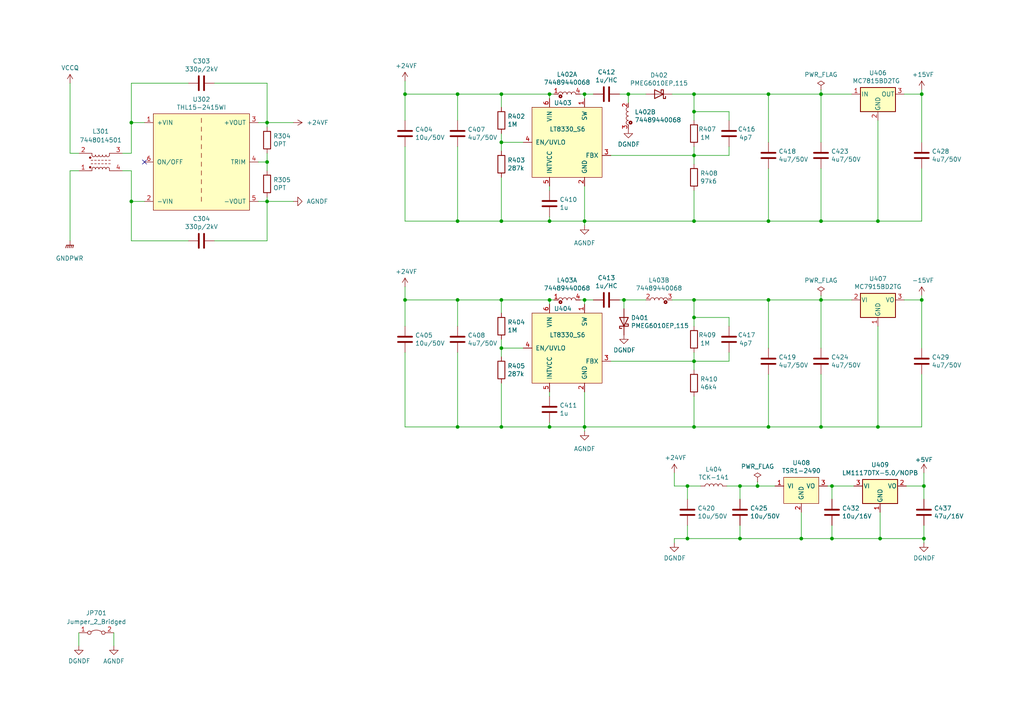
<source format=kicad_sch>
(kicad_sch (version 20230121) (generator eeschema)
  (paper "A4")
  (lib_symbols
    (symbol "Device:C" (pin_numbers hide) (pin_names (offset 0.254))
      (property "Reference" "C" (at 0.635 2.54 0))
      (property "Value" "C" (at 0.635 -2.54 0))
      (symbol "C_0_1"
        (polyline (pts (xy -2.032 -0.762) (xy 2.032 -0.762)) (stroke (width 0.508)))
        (polyline (pts (xy -2.032 0.762) (xy 2.032 0.762)) (stroke (width 0.508)))
      )
      (symbol "C_1_1"
        (pin passive line (at 0 3.81 270) (length 2.794) (name "~") (number "1"))
        (pin passive line (at 0 -3.81 90) (length 2.794) (name "~") (number "2"))
      )
    )
    (symbol "Device:D_Schottky" (pin_numbers hide) (pin_names (offset 1.016) hide)
      (property "Reference" "D" (at 0 2.54 0))
      (property "Value" "D_Schottky" (at 0 -2.54 0))
      (symbol "D_Schottky_0_1"
        (polyline (pts (xy 1.27 0) (xy -1.27 0)))
        (polyline (pts (xy 1.27 1.27) (xy 1.27 -1.27) (xy -1.27 0) (xy 1.27 1.27)) (stroke (width 0.254)))
        (polyline (pts (xy -1.905 0.635) (xy -1.905 1.27) (xy -1.27 1.27) (xy -1.27 -1.27) (xy -0.635 -1.27) (xy -0.635 -0.635)) (stroke (width 0.254)))
      )
      (symbol "D_Schottky_1_1"
        (pin passive line (at -3.81 0 0) (length 2.54) (name "K") (number "1"))
        (pin passive line (at 3.81 0 180) (length 2.54) (name "A") (number "2"))
      )
    )
    (symbol "Device:L" (pin_numbers hide) (pin_names (offset 1.016) hide)
      (property "Reference" "L" (at -1.27 0 90))
      (property "Value" "L" (at 1.905 0 90))
      (symbol "L_0_1"
        (arc (start 0 -2.54) (mid 0.6323 -1.905) (end 0 -1.27))
        (arc (start 0 -1.27) (mid 0.6323 -0.635) (end 0 0))
        (arc (start 0 0) (mid 0.6323 0.635) (end 0 1.27))
        (arc (start 0 1.27) (mid 0.6323 1.905) (end 0 2.54))
      )
      (symbol "L_1_1"
        (pin passive line (at 0 3.81 270) (length 1.27) (name "1") (number "1"))
        (pin passive line (at 0 -3.81 90) (length 1.27) (name "2") (number "2"))
      )
    )
    (symbol "Device:R" (pin_numbers hide) (pin_names (offset 0))
      (property "Reference" "R" (at 2.032 0 90))
      (property "Value" "R" (at 0 0 90))
      (symbol "R_0_1"
        (rectangle (start -1.016 -2.54) (end 1.016 2.54) (stroke (width 0.254)))
      )
      (symbol "R_1_1"
        (pin passive line (at 0 3.81 270) (length 1.27) (name "~") (number "1"))
        (pin passive line (at 0 -3.81 90) (length 1.27) (name "~") (number "2"))
      )
    )
    (symbol "ETH1CDMM1-rescue:LM1117-3.3-Regulator_Linear" (pin_names (offset 0.254))
      (property "Reference" "U" (at -3.81 3.175 0))
      (property "Value" "Regulator_Linear_LM1117-3.3" (at 0 3.175 0))
      (symbol "LM1117-3.3-Regulator_Linear_0_1"
        (rectangle (start -5.08 -5.08) (end 5.08 1.905) (stroke (width 0.254)) (fill (type background)))
      )
      (symbol "LM1117-3.3-Regulator_Linear_1_1"
        (pin power_in line (at 0 -7.62 90) (length 2.54) (name "GND") (number "1"))
        (pin power_out line (at 7.62 0 180) (length 2.54) (name "VO") (number "2"))
        (pin power_in line (at -7.62 0 0) (length 2.54) (name "VI") (number "3"))
      )
    )
    (symbol "ETH1CDMM1:+15VF" (power) (pin_names (offset 0))
      (property "Value" "+15VF" (at 0 3.556 0))
      (symbol "+15VF_0_1"
        (polyline (pts (xy -0.762 1.27) (xy 0 2.54)))
        (polyline (pts (xy 0 0) (xy 0 2.54)))
        (polyline (pts (xy 0 2.54) (xy 0.762 1.27)))
      )
      (symbol "+15VF_1_1"
        (pin power_in line (at 0 0 90) (length 0) hide (name "+15VF") (number "1"))
      )
    )
    (symbol "ETH1CDMM1:+24VF" (power) (pin_names (offset 0))
      (property "Value" "+24VF" (at 0 3.556 0))
      (symbol "+24VF_0_1"
        (polyline (pts (xy -0.762 1.27) (xy 0 2.54)))
        (polyline (pts (xy 0 0) (xy 0 2.54)))
        (polyline (pts (xy 0 2.54) (xy 0.762 1.27)))
      )
      (symbol "+24VF_1_1"
        (pin power_in line (at 0 0 90) (length 0) hide (name "+24VF") (number "1"))
      )
    )
    (symbol "ETH1CDMM1:-15VF" (power) (pin_names (offset 0))
      (property "Value" "-15VF" (at 0 3.556 0))
      (symbol "-15VF_0_1"
        (polyline (pts (xy -0.762 1.27) (xy 0 2.54)))
        (polyline (pts (xy 0 0) (xy 0 2.54)))
        (polyline (pts (xy 0 2.54) (xy 0.762 1.27)))
      )
      (symbol "-15VF_1_1"
        (pin power_in line (at 0 0 90) (length 0) hide (name "-15VF") (number "1"))
      )
    )
    (symbol "ETH1CDMM1:7448014501" (pin_names (offset 1.016))
      (property "Reference" "L" (at 0 6.35 0))
      (property "Value" "7448014501" (at 0 -5.08 0))
      (symbol "7448014501_0_1"
        (polyline (pts (xy -2.54 -2.54) (xy -3.81 -2.54)))
        (polyline (pts (xy -2.54 2.54) (xy -3.81 2.54)))
        (polyline (pts (xy 2.54 -2.54) (xy 3.81 -2.54)))
        (polyline (pts (xy 2.54 2.54) (xy 3.81 2.54)))
      )
      (symbol "7448014501_1_1"
        (circle (center -3.048 -1.27) (radius 0.254) (fill (type outline)))
        (circle (center -3.048 1.524) (radius 0.254) (fill (type outline)))
        (arc (start -2.54 2.032) (mid -2.032 1.5262) (end -1.524 2.032))
        (arc (start -1.524 -2.032) (mid -2.032 -1.5262) (end -2.54 -2.032))
        (arc (start -1.524 2.032) (mid -1.016 1.5262) (end -0.508 2.032))
        (arc (start -0.508 -2.032) (mid -1.016 -1.5262) (end -1.524 -2.032))
        (arc (start -0.508 2.032) (mid 0 1.5262) (end 0.508 2.032))
        (polyline (pts (xy -2.794 -0.508) (xy -2.286 -0.508)))
        (polyline (pts (xy -2.794 0.508) (xy -2.286 0.508)))
        (polyline (pts (xy -2.54 -2.032) (xy -2.54 -2.54)))
        (polyline (pts (xy -2.54 2.032) (xy -2.54 2.54)))
        (polyline (pts (xy -1.778 -0.508) (xy -1.27 -0.508)))
        (polyline (pts (xy -1.778 0.508) (xy -1.27 0.508)))
        (polyline (pts (xy -0.762 -0.508) (xy -0.254 -0.508)))
        (polyline (pts (xy -0.762 0.508) (xy -0.254 0.508)))
        (polyline (pts (xy 0.254 -0.508) (xy 0.762 -0.508)))
        (polyline (pts (xy 0.254 0.508) (xy 0.762 0.508)))
        (polyline (pts (xy 1.27 -0.508) (xy 1.778 -0.508)))
        (polyline (pts (xy 1.27 0.508) (xy 1.778 0.508)))
        (polyline (pts (xy 2.286 -0.508) (xy 2.794 -0.508)))
        (polyline (pts (xy 2.286 0.508) (xy 2.794 0.508)))
        (polyline (pts (xy 2.54 -2.032) (xy 2.54 -2.54)))
        (polyline (pts (xy 2.54 2.54) (xy 2.54 2.032)))
        (arc (start 0.508 -2.032) (mid 0 -1.5262) (end -0.508 -2.032))
        (arc (start 0.508 2.032) (mid 1.016 1.5262) (end 1.524 2.032))
        (arc (start 1.524 -2.032) (mid 1.016 -1.5262) (end 0.508 -2.032))
        (arc (start 1.524 2.032) (mid 2.032 1.5262) (end 2.54 2.032))
        (arc (start 2.54 -2.032) (mid 2.032 -1.5262) (end 1.524 -2.032))
        (pin passive line (at -6.35 2.54 0) (length 2.54) (name "~") (number "1"))
        (pin passive line (at -6.35 -2.54 0) (length 2.54) (name "~") (number "2"))
        (pin passive line (at 6.35 -2.54 180) (length 2.54) (name "~") (number "3"))
        (pin passive line (at 6.35 2.54 180) (length 2.54) (name "~") (number "4"))
      )
    )
    (symbol "ETH1CDMM1:74489440068" (pin_names (offset 1.016))
      (property "Reference" "L" (at 0 5.08 0))
      (property "Value" "74489440068" (at 0 2.54 0))
      (symbol "74489440068_0_1"
        (circle (center -1.905 -0.635) (radius 0.3556) (stroke (width 0.4064)))
      )
      (symbol "74489440068_1_1"
        (arc (start -1.27 0) (mid -1.905 0.6323) (end -2.54 0))
        (arc (start 0 0) (mid -0.635 0.6323) (end -1.27 0))
        (arc (start 1.27 0) (mid 0.635 0.6323) (end 0 0))
        (arc (start 2.54 0) (mid 1.905 0.6323) (end 1.27 0))
        (pin passive line (at -3.81 0 0) (length 1.27) (name "~") (number "1"))
        (pin passive line (at 3.81 0 180) (length 1.27) (name "~") (number "4"))
      )
      (symbol "74489440068_2_1"
        (arc (start -1.27 0) (mid -1.905 0.6323) (end -2.54 0))
        (arc (start 0 0) (mid -0.635 0.6323) (end -1.27 0))
        (arc (start 1.27 0) (mid 0.635 0.6323) (end 0 0))
        (arc (start 2.54 0) (mid 1.905 0.6323) (end 1.27 0))
        (pin passive line (at 3.81 0 180) (length 1.27) (name "~") (number "2"))
        (pin passive line (at -3.81 0 0) (length 1.27) (name "~") (number "3"))
      )
    )
    (symbol "ETH1CDMM1:AGNDF" (power) (pin_names (offset 0))
      (property "Value" "AGNDF" (at 0 -3.81 0))
      (symbol "AGNDF_0_1"
        (polyline (pts (xy 0 0) (xy 0 -1.27) (xy 1.27 -1.27) (xy 0 -2.54) (xy -1.27 -1.27) (xy 0 -1.27)))
      )
      (symbol "AGNDF_1_1"
        (pin power_in line (at 0 0 270) (length 0) hide (name "AGNDF") (number "1"))
      )
    )
    (symbol "ETH1CDMM1:DGNDF" (power) (pin_names (offset 0))
      (property "Value" "DGNDF" (at 0 -3.81 0))
      (symbol "DGNDF_0_1"
        (polyline (pts (xy 0 0) (xy 0 -1.27) (xy 1.27 -1.27) (xy 0 -2.54) (xy -1.27 -1.27) (xy 0 -1.27)))
      )
      (symbol "DGNDF_1_1"
        (pin power_in line (at 0 0 270) (length 0) hide (name "DGNDF") (number "1"))
      )
    )
    (symbol "ETH1CDMM1:LT8330_S6" (pin_names (offset 1.016))
      (property "Reference" "U" (at 0 11.43 0))
      (property "Value" "LT8330_S6" (at 0 3.81 0))
      (symbol "LT8330_S6_0_1"
        (rectangle (start -10.16 10.16) (end 10.16 -10.16) (fill (type background)))
      )
      (symbol "LT8330_S6_1_1"
        (pin passive line (at 5.08 12.7 270) (length 2.54) (name "SW") (number "1"))
        (pin passive line (at 5.08 -12.7 90) (length 2.54) (name "GND") (number "2"))
        (pin passive line (at 12.7 -3.81 180) (length 2.54) (name "FBX") (number "3"))
        (pin passive line (at -12.7 0 0) (length 2.54) (name "EN/UVLO") (number "4"))
        (pin passive line (at -5.08 -12.7 90) (length 2.54) (name "INTVCC") (number "5"))
        (pin passive line (at -5.08 12.7 270) (length 2.54) (name "VIN") (number "6"))
      )
    )
    (symbol "ETH1CDMM1:THL15-2415WI" (pin_names (offset 1.016))
      (property "Reference" "U" (at 0 17.78 0))
      (property "Value" "THL15-2415WI" (at 0 15.24 0))
      (symbol "THL15-2415WI_0_1"
        (rectangle (start -13.97 13.97) (end 13.97 -13.97) (fill (type background)))
        (polyline (pts (xy 0 -10.16) (xy 0 -11.43)))
        (polyline (pts (xy 0 -7.62) (xy 0 -8.89)))
        (polyline (pts (xy 0 -5.08) (xy 0 -6.35)))
        (polyline (pts (xy 0 -2.54) (xy 0 -3.81)))
        (polyline (pts (xy 0 0) (xy 0 -1.27)))
        (polyline (pts (xy 0 2.54) (xy 0 1.27)))
        (polyline (pts (xy 0 5.08) (xy 0 3.81)))
        (polyline (pts (xy 0 7.62) (xy 0 6.35)))
        (polyline (pts (xy 0 10.16) (xy 0 8.89)))
        (polyline (pts (xy 0 12.7) (xy 0 11.43)))
      )
      (symbol "THL15-2415WI_1_1"
        (pin passive line (at -16.51 11.43 0) (length 2.54) (name "+VIN") (number "1"))
        (pin passive line (at -16.51 -11.43 0) (length 2.54) (name "-VIN") (number "2"))
        (pin passive line (at 16.51 11.43 180) (length 2.54) (name "+VOUT") (number "3"))
        (pin passive line (at 16.51 0 180) (length 2.54) (name "TRIM") (number "4"))
        (pin passive line (at 16.51 -11.43 180) (length 2.54) (name "-VOUT") (number "5"))
        (pin passive line (at -16.51 0 0) (length 2.54) (name "ON/OFF") (number "6"))
      )
    )
    (symbol "ETH1CDMM1:TSR1-2450" (pin_names (offset 1.016))
      (property "Reference" "U" (at 0 7.62 0))
      (property "Value" "TSR1-2450" (at 0 5.08 0))
      (symbol "TSR1-2450_0_1"
        (rectangle (start -5.08 3.81) (end 5.08 -3.81) (fill (type background)))
      )
      (symbol "TSR1-2450_1_1"
        (pin power_in line (at -7.62 1.27 0) (length 2.54) (name "VI") (number "1"))
        (pin passive line (at 0 -6.35 90) (length 2.54) (name "GND") (number "2"))
        (pin power_out line (at 7.62 1.27 180) (length 2.54) (name "VO") (number "3"))
      )
    )
    (symbol "ETH1CREF1A:+5VF" (power) (pin_names (offset 0))
      (property "Value" "+5VF" (at 0 3.556 0))
      (symbol "+5VF_0_1"
        (polyline (pts (xy -0.762 1.27) (xy 0 2.54)))
        (polyline (pts (xy 0 0) (xy 0 2.54)))
        (polyline (pts (xy 0 2.54) (xy 0.762 1.27)))
      )
      (symbol "+5VF_1_1"
        (pin power_in line (at 0 0 90) (length 0) hide (name "+5VF") (number "1"))
      )
    )
    (symbol "ETH1CREF1A:AGNDF" (power) (pin_names (offset 0))
      (property "Value" "AGNDF" (at 0 -3.81 0))
      (symbol "AGNDF_0_1"
        (polyline (pts (xy 0 0) (xy 0 -1.27) (xy 1.27 -1.27) (xy 0 -2.54) (xy -1.27 -1.27) (xy 0 -1.27)))
      )
      (symbol "AGNDF_1_1"
        (pin power_in line (at 0 0 270) (length 0) hide (name "AGNDF") (number "1"))
      )
    )
    (symbol "Jumper:Jumper_2_Bridged" (pin_names (offset 0) hide)
      (property "Reference" "JP" (at 0 1.905 0))
      (property "Value" "Jumper_2_Bridged" (at 0 -2.54 0))
      (symbol "Jumper_2_Bridged_0_0"
        (circle (center -2.032 0) (radius 0.508))
        (circle (center 2.032 0) (radius 0.508))
      )
      (symbol "Jumper_2_Bridged_0_1"
        (arc (start 1.524 0.254) (mid 0 0.762) (end -1.524 0.254))
      )
      (symbol "Jumper_2_Bridged_1_1"
        (pin passive line (at -5.08 0 0) (length 2.54) (name "A") (number "1"))
        (pin passive line (at 5.08 0 180) (length 2.54) (name "B") (number "2"))
      )
    )
    (symbol "Regulator_Linear:L7815" (pin_names (offset 0.254))
      (property "Reference" "U" (at -3.81 3.175 0))
      (property "Value" "L7815" (at 0 3.175 0))
      (symbol "L7815_0_1"
        (rectangle (start -5.08 1.905) (end 5.08 -5.08) (stroke (width 0.254)) (fill (type background)))
      )
      (symbol "L7815_1_1"
        (pin power_in line (at -7.62 0 0) (length 2.54) (name "IN") (number "1"))
        (pin power_in line (at 0 -7.62 90) (length 2.54) (name "GND") (number "2"))
        (pin power_out line (at 7.62 0 180) (length 2.54) (name "OUT") (number "3"))
      )
    )
    (symbol "Regulator_Linear:MC79M15_TO252" (pin_names (offset 0.254))
      (property "Reference" "U" (at -3.81 -3.175 0))
      (property "Value" "MC79M15_TO252" (at 0 -3.175 0))
      (symbol "MC79M15_TO252_0_1"
        (rectangle (start -5.08 5.08) (end 5.08 -1.905) (stroke (width 0.254)) (fill (type background)))
      )
      (symbol "MC79M15_TO252_1_1"
        (pin power_in line (at 0 7.62 270) (length 2.54) (name "GND") (number "1"))
        (pin power_in line (at -7.62 0 0) (length 2.54) (name "VI") (number "2"))
        (pin power_out line (at 7.62 0 180) (length 2.54) (name "VO") (number "3"))
      )
    )
    (symbol "power:GNDPWR" (power) (pin_names (offset 0))
      (property "Value" "GNDPWR" (at 0 -3.302 0))
      (symbol "GNDPWR_0_1"
        (polyline (pts (xy 0 -1.27) (xy 0 0)))
        (polyline (pts (xy -1.016 -1.27) (xy -1.27 -2.032) (xy -1.27 -2.032)) (stroke (width 0.2032)))
        (polyline (pts (xy -0.508 -1.27) (xy -0.762 -2.032) (xy -0.762 -2.032)) (stroke (width 0.2032)))
        (polyline (pts (xy 0 -1.27) (xy -0.254 -2.032) (xy -0.254 -2.032)) (stroke (width 0.2032)))
        (polyline (pts (xy 0.508 -1.27) (xy 0.254 -2.032) (xy 0.254 -2.032)) (stroke (width 0.2032)))
        (polyline (pts (xy 1.016 -1.27) (xy -1.016 -1.27) (xy -1.016 -1.27)) (stroke (width 0.2032)))
        (polyline (pts (xy 1.016 -1.27) (xy 0.762 -2.032) (xy 0.762 -2.032) (xy 0.762 -2.032)) (stroke (width 0.2032)))
      )
      (symbol "GNDPWR_1_1"
        (pin power_in line (at 0 0 270) (length 0) hide (name "GNDPWR") (number "1"))
      )
    )
    (symbol "power:PWR_FLAG" (power) (pin_numbers hide) (pin_names (offset 0) hide)
      (property "Value" "PWR_FLAG" (at 0 3.81 0))
      (symbol "PWR_FLAG_0_0"
        (pin power_out line (at 0 0 90) (length 0) (name "pwr") (number "1"))
      )
      (symbol "PWR_FLAG_0_1"
        (polyline (pts (xy 0 0) (xy 0 1.27) (xy -1.016 1.905) (xy 0 2.54) (xy 1.016 1.905) (xy 0 1.27)))
      )
    )
    (symbol "power:VCCQ" (power) (pin_names (offset 0))
      (property "Value" "VCCQ" (at 0 3.81 0))
      (symbol "VCCQ_0_1"
        (polyline (pts (xy -0.762 1.27) (xy 0 2.54)))
        (polyline (pts (xy 0 0) (xy 0 2.54)))
        (polyline (pts (xy 0 2.54) (xy 0.762 1.27)))
      )
      (symbol "VCCQ_1_1"
        (pin power_in line (at 0 0 90) (length 0) hide (name "VCCQ") (number "1"))
      )
    )
  )
  (junction (at 214.63 156.21))
  (junction (at 267.97 140.97))
  (junction (at 201.295 45.085))
  (junction (at 241.3 140.97))
  (junction (at 182.245 27.305))
  (junction (at 267.335 27.305))
  (junction (at 77.47 35.56))
  (junction (at 267.97 156.21))
  (junction (at 255.27 156.21))
  (junction (at 232.41 156.21))
  (junction (at 201.295 123.825))
  (junction (at 238.125 86.995))
  (junction (at 159.385 123.825))
  (junction (at 201.295 92.075))
  (junction (at 132.715 86.995))
  (junction (at 222.885 86.995))
  (junction (at 254.635 123.825))
  (junction (at 201.295 27.305))
  (junction (at 38.1 35.56))
  (junction (at 201.295 104.775))
  (junction (at 222.885 123.825))
  (junction (at 77.47 46.99))
  (junction (at 201.295 32.385))
  (junction (at 159.385 64.135))
  (junction (at 145.415 27.305))
  (junction (at 238.125 27.305))
  (junction (at 132.715 123.825))
  (junction (at 267.335 86.995))
  (junction (at 222.885 64.135))
  (junction (at 159.385 86.995))
  (junction (at 241.3 156.21))
  (junction (at 132.715 27.305))
  (junction (at 199.39 140.97))
  (junction (at 117.475 86.995))
  (junction (at 145.415 123.825))
  (junction (at 159.385 27.305))
  (junction (at 254.635 64.135))
  (junction (at 132.715 64.135))
  (junction (at 199.39 156.21))
  (junction (at 238.125 64.135))
  (junction (at 145.415 86.995))
  (junction (at 201.295 86.995))
  (junction (at 214.63 140.97))
  (junction (at 77.47 58.42))
  (junction (at 145.415 100.965))
  (junction (at 238.125 123.825))
  (junction (at 201.295 64.135))
  (junction (at 180.975 86.995))
  (junction (at 169.545 64.135))
  (junction (at 117.475 27.305))
  (junction (at 169.545 123.825))
  (junction (at 38.1 58.42))
  (junction (at 145.415 64.135))
  (junction (at 169.545 27.305))
  (junction (at 219.71 140.97))
  (junction (at 145.415 41.275))
  (junction (at 169.545 86.995))
  (junction (at 222.885 27.305))
  (no_connect (at 41.91 46.99))
  (wire (pts (xy 222.885 123.825) (xy 238.125 123.825)))
  (wire (pts (xy 241.3 156.21) (xy 255.27 156.21)))
  (wire (pts (xy 117.475 86.995) (xy 132.715 86.995)))
  (wire (pts (xy 145.415 31.115) (xy 145.415 27.305)))
  (wire (pts (xy 222.885 100.965) (xy 222.885 86.995)))
  (wire (pts (xy 214.63 156.21) (xy 232.41 156.21)))
  (wire (pts (xy 77.47 69.85) (xy 77.47 58.42)))
  (wire (pts (xy 238.125 27.305) (xy 247.015 27.305)))
  (wire (pts (xy 132.715 64.135) (xy 145.415 64.135)))
  (wire (pts (xy 255.27 148.59) (xy 255.27 156.21)))
  (wire (pts (xy 238.125 27.305) (xy 222.885 27.305)))
  (wire (pts (xy 232.41 148.59) (xy 232.41 156.21)))
  (wire (pts (xy 222.885 41.275) (xy 222.885 27.305)))
  (wire (pts (xy 238.125 108.585) (xy 238.125 123.825)))
  (wire (pts (xy 179.705 86.995) (xy 180.975 86.995)))
  (wire (pts (xy 199.39 140.97) (xy 203.2 140.97)))
  (wire (pts (xy 117.475 94.615) (xy 117.475 86.995)))
  (wire (pts (xy 199.39 144.78) (xy 199.39 140.97)))
  (wire (pts (xy 172.085 27.305) (xy 169.545 27.305)))
  (wire (pts (xy 85.09 58.42) (xy 77.47 58.42)))
  (wire (pts (xy 255.27 156.21) (xy 267.97 156.21)))
  (wire (pts (xy 201.295 114.935) (xy 201.295 123.825)))
  (wire (pts (xy 201.295 86.995) (xy 222.885 86.995)))
  (wire (pts (xy 241.3 144.78) (xy 241.3 140.97)))
  (wire (pts (xy 54.61 69.85) (xy 38.1 69.85)))
  (wire (pts (xy 177.165 104.775) (xy 201.295 104.775)))
  (wire (pts (xy 22.86 49.53) (xy 20.32 49.53)))
  (wire (pts (xy 214.63 144.78) (xy 214.63 140.97)))
  (wire (pts (xy 159.385 64.135) (xy 145.415 64.135)))
  (wire (pts (xy 132.715 34.925) (xy 132.715 27.305)))
  (wire (pts (xy 201.295 86.995) (xy 201.295 92.075)))
  (wire (pts (xy 267.335 64.135) (xy 267.335 48.895)))
  (wire (pts (xy 201.295 64.135) (xy 222.885 64.135)))
  (wire (pts (xy 254.635 94.615) (xy 254.635 123.825)))
  (wire (pts (xy 77.47 58.42) (xy 74.93 58.42)))
  (wire (pts (xy 201.295 64.135) (xy 169.545 64.135)))
  (wire (pts (xy 77.47 44.45) (xy 77.47 46.99)))
  (wire (pts (xy 267.97 156.21) (xy 267.97 152.4)))
  (wire (pts (xy 117.475 102.235) (xy 117.475 123.825)))
  (wire (pts (xy 254.635 123.825) (xy 267.335 123.825)))
  (wire (pts (xy 117.475 34.925) (xy 117.475 27.305)))
  (wire (pts (xy 38.1 58.42) (xy 41.91 58.42)))
  (wire (pts (xy 85.09 35.56) (xy 77.47 35.56)))
  (wire (pts (xy 159.385 123.825) (xy 169.545 123.825)))
  (wire (pts (xy 145.415 123.825) (xy 145.415 111.125)))
  (wire (pts (xy 160.655 86.995) (xy 159.385 86.995)))
  (wire (pts (xy 74.93 35.56) (xy 77.47 35.56)))
  (wire (pts (xy 211.455 34.925) (xy 211.455 32.385)))
  (wire (pts (xy 172.085 86.995) (xy 169.545 86.995)))
  (wire (pts (xy 77.47 57.15) (xy 77.47 58.42)))
  (wire (pts (xy 169.545 27.305) (xy 169.545 28.575)))
  (wire (pts (xy 219.71 139.7) (xy 219.71 140.97)))
  (wire (pts (xy 211.455 94.615) (xy 211.455 92.075)))
  (wire (pts (xy 151.765 100.965) (xy 145.415 100.965)))
  (wire (pts (xy 211.455 92.075) (xy 201.295 92.075)))
  (wire (pts (xy 194.945 27.305) (xy 201.295 27.305)))
  (wire (pts (xy 117.475 23.495) (xy 117.475 27.305)))
  (wire (pts (xy 159.385 27.305) (xy 159.385 28.575)))
  (wire (pts (xy 238.125 41.275) (xy 238.125 27.305)))
  (wire (pts (xy 132.715 102.235) (xy 132.715 123.825)))
  (wire (pts (xy 169.545 123.825) (xy 169.545 113.665)))
  (wire (pts (xy 214.63 140.97) (xy 219.71 140.97)))
  (wire (pts (xy 195.58 156.21) (xy 199.39 156.21)))
  (wire (pts (xy 267.335 85.725) (xy 267.335 86.995)))
  (wire (pts (xy 267.335 123.825) (xy 267.335 108.585)))
  (wire (pts (xy 38.1 35.56) (xy 41.91 35.56)))
  (wire (pts (xy 38.1 69.85) (xy 38.1 58.42)))
  (wire (pts (xy 194.945 86.995) (xy 201.295 86.995)))
  (wire (pts (xy 169.545 64.135) (xy 169.545 53.975)))
  (wire (pts (xy 159.385 55.245) (xy 159.385 53.975)))
  (wire (pts (xy 222.885 64.135) (xy 222.885 48.895)))
  (wire (pts (xy 201.295 123.825) (xy 169.545 123.825)))
  (wire (pts (xy 214.63 140.97) (xy 210.82 140.97)))
  (wire (pts (xy 132.715 42.545) (xy 132.715 64.135)))
  (wire (pts (xy 22.86 183.515) (xy 22.86 187.325)))
  (wire (pts (xy 199.39 152.4) (xy 199.39 156.21)))
  (wire (pts (xy 132.715 123.825) (xy 145.415 123.825)))
  (wire (pts (xy 168.275 27.305) (xy 169.545 27.305)))
  (wire (pts (xy 201.295 123.825) (xy 222.885 123.825)))
  (wire (pts (xy 117.475 123.825) (xy 132.715 123.825)))
  (wire (pts (xy 182.245 27.305) (xy 187.325 27.305)))
  (wire (pts (xy 132.715 94.615) (xy 132.715 86.995)))
  (wire (pts (xy 38.1 49.53) (xy 38.1 58.42)))
  (wire (pts (xy 35.56 44.45) (xy 38.1 44.45)))
  (wire (pts (xy 159.385 123.825) (xy 145.415 123.825)))
  (wire (pts (xy 159.385 86.995) (xy 159.385 88.265)))
  (wire (pts (xy 132.715 27.305) (xy 145.415 27.305)))
  (wire (pts (xy 145.415 43.815) (xy 145.415 41.275)))
  (wire (pts (xy 195.58 140.97) (xy 199.39 140.97)))
  (wire (pts (xy 201.295 92.075) (xy 201.295 94.615)))
  (wire (pts (xy 201.295 104.775) (xy 201.295 107.315)))
  (wire (pts (xy 132.715 86.995) (xy 145.415 86.995)))
  (wire (pts (xy 219.71 140.97) (xy 224.79 140.97)))
  (wire (pts (xy 132.715 27.305) (xy 117.475 27.305)))
  (wire (pts (xy 145.415 90.805) (xy 145.415 86.995)))
  (wire (pts (xy 222.885 123.825) (xy 222.885 108.585)))
  (wire (pts (xy 267.97 156.21) (xy 267.97 157.48)))
  (wire (pts (xy 38.1 24.13) (xy 38.1 35.56)))
  (wire (pts (xy 117.475 64.135) (xy 132.715 64.135)))
  (wire (pts (xy 238.125 64.135) (xy 238.125 48.895)))
  (wire (pts (xy 77.47 24.13) (xy 77.47 35.56)))
  (wire (pts (xy 262.255 86.995) (xy 267.335 86.995)))
  (wire (pts (xy 201.295 102.235) (xy 201.295 104.775)))
  (wire (pts (xy 240.03 140.97) (xy 241.3 140.97)))
  (wire (pts (xy 151.765 41.275) (xy 145.415 41.275)))
  (wire (pts (xy 238.125 86.995) (xy 247.015 86.995)))
  (wire (pts (xy 117.475 42.545) (xy 117.475 64.135)))
  (wire (pts (xy 77.47 35.56) (xy 77.47 36.83)))
  (wire (pts (xy 35.56 49.53) (xy 38.1 49.53)))
  (wire (pts (xy 168.275 86.995) (xy 169.545 86.995)))
  (wire (pts (xy 201.295 55.245) (xy 201.295 64.135)))
  (wire (pts (xy 238.125 100.965) (xy 238.125 86.995)))
  (wire (pts (xy 222.885 64.135) (xy 238.125 64.135)))
  (wire (pts (xy 214.63 152.4) (xy 214.63 156.21)))
  (wire (pts (xy 145.415 27.305) (xy 159.385 27.305)))
  (wire (pts (xy 238.125 85.725) (xy 238.125 86.995)))
  (wire (pts (xy 20.32 49.53) (xy 20.32 69.85)))
  (wire (pts (xy 201.295 32.385) (xy 201.295 34.925)))
  (wire (pts (xy 74.93 46.99) (xy 77.47 46.99)))
  (wire (pts (xy 262.255 27.305) (xy 267.335 27.305)))
  (wire (pts (xy 211.455 104.775) (xy 211.455 102.235)))
  (wire (pts (xy 182.245 29.845) (xy 182.245 27.305)))
  (wire (pts (xy 169.545 125.095) (xy 169.545 123.825)))
  (wire (pts (xy 145.415 41.275) (xy 145.415 38.735)))
  (wire (pts (xy 254.635 64.135) (xy 238.125 64.135)))
  (wire (pts (xy 145.415 86.995) (xy 159.385 86.995)))
  (wire (pts (xy 77.47 46.99) (xy 77.47 49.53)))
  (wire (pts (xy 159.385 62.865) (xy 159.385 64.135)))
  (wire (pts (xy 159.385 64.135) (xy 169.545 64.135)))
  (wire (pts (xy 38.1 44.45) (xy 38.1 35.56)))
  (wire (pts (xy 195.58 137.16) (xy 195.58 140.97)))
  (wire (pts (xy 222.885 86.995) (xy 238.125 86.995)))
  (wire (pts (xy 238.125 26.035) (xy 238.125 27.305)))
  (wire (pts (xy 179.705 27.305) (xy 182.245 27.305)))
  (wire (pts (xy 180.975 89.535) (xy 180.975 86.995)))
  (wire (pts (xy 267.97 144.78) (xy 267.97 140.97)))
  (wire (pts (xy 145.415 100.965) (xy 145.415 98.425)))
  (wire (pts (xy 20.32 44.45) (xy 20.32 24.13)))
  (wire (pts (xy 267.335 100.965) (xy 267.335 86.995)))
  (wire (pts (xy 254.635 34.925) (xy 254.635 64.135)))
  (wire (pts (xy 169.545 86.995) (xy 169.545 88.265)))
  (wire (pts (xy 238.125 123.825) (xy 254.635 123.825)))
  (wire (pts (xy 201.295 27.305) (xy 222.885 27.305)))
  (wire (pts (xy 145.415 103.505) (xy 145.415 100.965)))
  (wire (pts (xy 201.295 27.305) (xy 201.295 32.385)))
  (wire (pts (xy 232.41 156.21) (xy 241.3 156.21)))
  (wire (pts (xy 267.335 41.275) (xy 267.335 27.305)))
  (wire (pts (xy 195.58 157.48) (xy 195.58 156.21)))
  (wire (pts (xy 201.295 45.085) (xy 211.455 45.085)))
  (wire (pts (xy 169.545 65.405) (xy 169.545 64.135)))
  (wire (pts (xy 180.975 86.995) (xy 187.325 86.995)))
  (wire (pts (xy 117.475 83.185) (xy 117.475 86.995)))
  (wire (pts (xy 267.97 137.16) (xy 267.97 140.97)))
  (wire (pts (xy 177.165 45.085) (xy 201.295 45.085)))
  (wire (pts (xy 145.415 64.135) (xy 145.415 51.435)))
  (wire (pts (xy 62.23 24.13) (xy 77.47 24.13)))
  (wire (pts (xy 20.32 44.45) (xy 22.86 44.45)))
  (wire (pts (xy 62.23 69.85) (xy 77.47 69.85)))
  (wire (pts (xy 159.385 122.555) (xy 159.385 123.825)))
  (wire (pts (xy 33.02 183.515) (xy 33.02 187.325)))
  (wire (pts (xy 247.65 140.97) (xy 241.3 140.97)))
  (wire (pts (xy 201.295 42.545) (xy 201.295 45.085)))
  (wire (pts (xy 201.295 104.775) (xy 211.455 104.775)))
  (wire (pts (xy 199.39 156.21) (xy 214.63 156.21)))
  (wire (pts (xy 54.61 24.13) (xy 38.1 24.13)))
  (wire (pts (xy 201.295 45.085) (xy 201.295 47.625)))
  (wire (pts (xy 211.455 45.085) (xy 211.455 42.545)))
  (wire (pts (xy 267.335 26.035) (xy 267.335 27.305)))
  (wire (pts (xy 254.635 64.135) (xy 267.335 64.135)))
  (wire (pts (xy 262.89 140.97) (xy 267.97 140.97)))
  (wire (pts (xy 211.455 32.385) (xy 201.295 32.385)))
  (wire (pts (xy 160.655 27.305) (xy 159.385 27.305)))
  (wire (pts (xy 241.3 152.4) (xy 241.3 156.21)))
  (wire (pts (xy 159.385 114.935) (xy 159.385 113.665)))
  (symbol (lib_id "Device:C") (at 117.475 38.735 0) (unit 1)
    (property "Reference" "C404" (at 120.396 37.5666 0) (effects (justify left)))
    (property "Value" "10u/50V" (at 120.396 39.878 0) (effects (justify left)))
    (property "Footprint" "Capacitor_SMD:C_1206_3216Metric_Pad1.42x1.75mm_HandSolder" (effects hide))
    (instances (project "ETH1CDMM1" (path "" (reference "C404") (unit 1))) (project "ETH1CREF1A" (path "" (reference "C710") (unit 1))))
  )
  (symbol (lib_id "Device:R") (at 145.415 47.625 0) (unit 1)
    (property "Reference" "R403" (at 147.193 46.4566 0) (effects (justify left)))
    (property "Value" "287k" (at 147.193 48.768 0) (effects (justify left)))
    (property "Footprint" "Resistor_SMD:R_0603_1608Metric_Pad0.98x0.95mm_HandSolder" (effects hide))
    (instances (project "ETH1CDMM1" (path "" (reference "R403") (unit 1))) (project "ETH1CREF1A" (path "" (reference "R708") (unit 1))))
  )
  (symbol (lib_id "ETH1CDMM1:74489440068") (at 164.465 27.305 0) (unit 1)
    (property "Reference" "L402" (at 164.465 21.59 0))
    (property "Value" "74489440068" (at 164.465 23.9014 0))
    (property "Footprint" "ETH1CDMM1:74489440068" (effects hide))
    (instances (project "ETH1CDMM1" (path "" (reference "L402") (unit 1))) (project "ETH1CREF1A" (path "" (reference "L702") (unit 1))))
  )
  (symbol (lib_id "ETH1CDMM1-rescue:LM1117-3.3-Regulator_Linear") (at 255.27 140.97 0) (unit 1)
    (property "Reference" "U409" (at 255.27 134.8232 0))
    (property "Value" "LM1117DTX-5.0/NOPB" (at 255.27 137.16 0))
    (property "Footprint" "Package_TO_SOT_SMD:TO-252-2" (effects hide))
    (property "Datasheet" "http://www.ti.com/lit/ds/symlink/lm1117.pdf" (effects hide))
    (instances (project "ETH1CDMM1" (path "" (reference "U409") (unit 1))) (project "ETH1CREF1A" (path "" (reference "U710") (unit 1))))
  )
  (symbol (lib_id "power:PWR_FLAG") (at 238.125 26.035 0) (unit 1)
    (property "Reference" "#FLG0402" (effects hide))
    (property "Value" "PWR_FLAG" (at 238.125 21.6408 0))
    (instances (project "ETH1CDMM1" (path "" (reference "#FLG0402") (unit 1))) (project "ETH1CREF1A" (path "" (reference "#FLG0703") (unit 1))))
  )
  (symbol (lib_id "Device:C") (at 214.63 148.59 0) (unit 1)
    (property "Reference" "C425" (at 217.551 147.4216 0) (effects (justify left)))
    (property "Value" "10u/50V" (at 217.551 149.733 0) (effects (justify left)))
    (property "Footprint" "Capacitor_SMD:C_1206_3216Metric_Pad1.42x1.75mm_HandSolder" (effects hide))
    (instances (project "ETH1CDMM1" (path "" (reference "C425") (unit 1))) (project "ETH1CREF1A" (path "" (reference "C729") (unit 1))))
  )
  (symbol (lib_id "Device:C") (at 58.42 24.13 270) (unit 1)
    (property "Reference" "C303" (at 58.42 17.7292 90))
    (property "Value" "330p/2kV" (at 58.42 20.0406 90))
    (property "Footprint" "Capacitor_SMD:C_1210_3225Metric_Pad1.42x2.65mm_HandSolder" (effects hide))
    (instances (project "ETH1CDMM1" (path "" (reference "C303") (unit 1))) (project "ETH1CREF1A" (path "" (reference "C726") (unit 1))))
  )
  (symbol (lib_id "Device:R") (at 145.415 34.925 0) (unit 1)
    (property "Reference" "R402" (at 147.193 33.7566 0) (effects (justify left)))
    (property "Value" "1M" (at 147.193 36.068 0) (effects (justify left)))
    (property "Footprint" "Resistor_SMD:R_0603_1608Metric_Pad0.98x0.95mm_HandSolder" (effects hide))
    (instances (project "ETH1CDMM1" (path "" (reference "R402") (unit 1))) (project "ETH1CREF1A" (path "" (reference "R707") (unit 1))))
  )
  (symbol (lib_id "Device:R") (at 201.295 98.425 0) (unit 1)
    (property "Reference" "R409" (at 202.565 97.155 0) (effects (justify left)))
    (property "Value" "1M" (at 203.073 99.568 0) (effects (justify left)))
    (property "Footprint" "Resistor_SMD:R_0603_1608Metric_Pad0.98x0.95mm_HandSolder" (effects hide))
    (instances (project "ETH1CDMM1" (path "" (reference "R409") (unit 1))) (project "ETH1CREF1A" (path "" (reference "R713") (unit 1))))
  )
  (symbol (lib_id "ETH1CDMM1:+24VF") (at 85.09 35.56 270) (unit 1)
    (property "Reference" "#PWR0306" (effects hide))
    (property "Value" "+24VF" (at 88.9 35.56 90) (effects (justify left)))
    (instances (project "ETH1CDMM1" (path "" (reference "#PWR0306") (unit 1))) (project "ETH1CREF1A" (path "" (reference "#PWR0735") (unit 1))))
  )
  (symbol (lib_id "Device:C") (at 267.97 148.59 0) (unit 1)
    (property "Reference" "C437" (at 270.891 147.4216 0) (effects (justify left)))
    (property "Value" "47u/16V" (at 270.891 149.733 0) (effects (justify left)))
    (property "Footprint" "Capacitor_SMD:C_1206_3216Metric_Pad1.42x1.75mm_HandSolder" (effects hide))
    (instances (project "ETH1CDMM1" (path "" (reference "C437") (unit 1))) (project "ETH1CREF1A" (path "" (reference "C731") (unit 1))))
  )
  (symbol (lib_id "Device:C") (at 175.895 86.995 270) (unit 1)
    (property "Reference" "C413" (at 175.895 80.5942 90))
    (property "Value" "1u/HC" (at 175.895 82.9056 90))
    (property "Footprint" "Capacitor_SMD:C_1206_3216Metric_Pad1.42x1.75mm_HandSolder" (effects hide))
    (instances (project "ETH1CDMM1" (path "" (reference "C413") (unit 1))) (project "ETH1CREF1A" (path "" (reference "C717") (unit 1))))
  )
  (symbol (lib_id "ETH1CDMM1:DGNDF") (at 22.86 187.325 0) (unit 1)
    (property "Reference" "#PWR0414" (effects hide))
    (property "Value" "DGNDF" (at 22.987 191.7192 0))
    (instances (project "ETH1CDMM1" (path "" (reference "#PWR0414") (unit 1))) (project "ETH1CREF1A" (path "" (reference "#PWR0746") (unit 1))))
  )
  (symbol (lib_id "ETH1CDMM1:DGNDF") (at 195.58 157.48 0) (unit 1)
    (property "Reference" "#PWR0414" (effects hide))
    (property "Value" "DGNDF" (at 195.707 161.8742 0))
    (instances (project "ETH1CDMM1" (path "" (reference "#PWR0414") (unit 1))) (project "ETH1CREF1A" (path "" (reference "#PWR0743") (unit 1))))
  )
  (symbol (lib_id "ETH1CDMM1:+24VF") (at 117.475 83.185 0) (unit 1)
    (property "Reference" "#PWR0404" (effects hide))
    (property "Value" "+24VF" (at 117.856 78.7908 0))
    (instances (project "ETH1CDMM1" (path "" (reference "#PWR0404") (unit 1))) (project "ETH1CREF1A" (path "" (reference "#PWR0733") (unit 1))))
  )
  (symbol (lib_id "power:VCCQ") (at 20.32 24.13 0) (unit 1)
    (property "Reference" "#PWR0605" (effects hide))
    (property "Value" "VCCQ" (at 20.32 19.685 0))
    (instances (project "ETH1CREF1A" (path "" (reference "#PWR0605") (unit 1)) (path "" (reference "#PWR0750") (unit 1))))
  )
  (symbol (lib_id "ETH1CREF1A:AGNDF") (at 169.545 65.405 0) (unit 1)
    (property "Reference" "#PWR0734" (effects hide))
    (property "Value" "AGNDF" (at 169.545 70.485 0))
  )
  (symbol (lib_id "ETH1CREF1A:AGNDF") (at 169.545 125.095 0) (unit 1)
    (property "Reference" "#PWR0740" (effects hide))
    (property "Value" "AGNDF" (at 169.545 130.175 0))
  )
  (symbol (lib_id "ETH1CDMM1:+24VF") (at 117.475 23.495 0) (unit 1)
    (property "Reference" "#PWR0403" (effects hide))
    (property "Value" "+24VF" (at 117.856 19.1008 0))
    (instances (project "ETH1CDMM1" (path "" (reference "#PWR0403") (unit 1))) (project "ETH1CREF1A" (path "" (reference "#PWR0732") (unit 1))))
  )
  (symbol (lib_id "Device:C") (at 211.455 38.735 0) (unit 1)
    (property "Reference" "C416" (at 213.995 37.465 0) (effects (justify left)))
    (property "Value" "4p7" (at 214.376 39.878 0) (effects (justify left)))
    (property "Footprint" "Capacitor_SMD:C_0603_1608Metric_Pad1.05x0.95mm_HandSolder" (effects hide))
    (instances (project "ETH1CDMM1" (path "" (reference "C416") (unit 1))) (project "ETH1CREF1A" (path "" (reference "C718") (unit 1))))
  )
  (symbol (lib_id "power:PWR_FLAG") (at 219.71 139.7 0) (unit 1)
    (property "Reference" "#FLG0404" (effects hide))
    (property "Value" "PWR_FLAG" (at 219.71 135.3058 0))
    (instances (project "ETH1CDMM1" (path "" (reference "#FLG0404") (unit 1))) (project "ETH1CREF1A" (path "" (reference "#FLG0705") (unit 1))))
  )
  (symbol (lib_id "ETH1CDMM1:74489440068") (at 191.135 86.995 0) (mirror y) (unit 2)
    (property "Reference" "L403" (at 191.135 81.28 0))
    (property "Value" "74489440068" (at 191.135 83.5914 0))
    (property "Footprint" "ETH1CDMM1:74489440068" (effects hide))
    (instances (project "ETH1CDMM1" (path "" (reference "L403") (unit 2))) (project "ETH1CREF1A" (path "" (reference "L703") (unit 2))))
  )
  (symbol (lib_id "Device:C") (at 238.125 104.775 0) (unit 1)
    (property "Reference" "C424" (at 241.046 103.6066 0) (effects (justify left)))
    (property "Value" "4u7/50V" (at 241.046 105.918 0) (effects (justify left)))
    (property "Footprint" "Capacitor_SMD:C_1206_3216Metric_Pad1.42x1.75mm_HandSolder" (effects hide))
    (instances (project "ETH1CDMM1" (path "" (reference "C424") (unit 1))) (project "ETH1CREF1A" (path "" (reference "C723") (unit 1))))
  )
  (symbol (lib_id "ETH1CDMM1:+15VF") (at 267.335 26.035 0) (unit 1)
    (property "Reference" "#PWR0415" (effects hide))
    (property "Value" "+15VF" (at 267.716 21.6408 0))
    (instances (project "ETH1CDMM1" (path "" (reference "#PWR0415") (unit 1))) (project "ETH1CREF1A" (path "" (reference "#PWR0738") (unit 1))))
  )
  (symbol (lib_id "power:PWR_FLAG") (at 238.125 85.725 0) (unit 1)
    (property "Reference" "#FLG0403" (effects hide))
    (property "Value" "PWR_FLAG" (at 238.125 81.3308 0))
    (instances (project "ETH1CDMM1" (path "" (reference "#FLG0403") (unit 1))) (project "ETH1CREF1A" (path "" (reference "#FLG0704") (unit 1))))
  )
  (symbol (lib_id "Device:R") (at 145.415 107.315 0) (unit 1)
    (property "Reference" "R405" (at 147.193 106.1466 0) (effects (justify left)))
    (property "Value" "287k" (at 147.193 108.458 0) (effects (justify left)))
    (property "Footprint" "Resistor_SMD:R_0603_1608Metric_Pad0.98x0.95mm_HandSolder" (effects hide))
    (instances (project "ETH1CDMM1" (path "" (reference "R405") (unit 1))) (project "ETH1CREF1A" (path "" (reference "R710") (unit 1))))
  )
  (symbol (lib_id "ETH1CDMM1:+24VF") (at 195.58 137.16 0) (unit 1)
    (property "Reference" "#PWR0413" (effects hide))
    (property "Value" "+24VF" (at 195.961 132.7658 0))
    (instances (project "ETH1CDMM1" (path "" (reference "#PWR0413") (unit 1))) (project "ETH1CREF1A" (path "" (reference "#PWR0742") (unit 1))))
  )
  (symbol (lib_id "Device:D_Schottky") (at 180.975 93.345 90) (unit 1)
    (property "Reference" "D401" (at 182.9816 92.1766 90) (effects (justify right)))
    (property "Value" "PMEG6010EP,115" (at 182.9816 94.488 90) (effects (justify right)))
    (property "Footprint" "Diode_SMD:D_SOD-128" (effects hide))
    (instances (project "ETH1CDMM1" (path "" (reference "D401") (unit 1))) (project "ETH1CREF1A" (path "" (reference "D704") (unit 1))))
  )
  (symbol (lib_id "ETH1CDMM1:-15VF") (at 267.335 85.725 0) (unit 1)
    (property "Reference" "#PWR0416" (effects hide))
    (property "Value" "-15VF" (at 267.716 81.3308 0))
    (instances (project "ETH1CDMM1" (path "" (reference "#PWR0416") (unit 1))) (project "ETH1CREF1A" (path "" (reference "#PWR0739") (unit 1))))
  )
  (symbol (lib_id "Device:L") (at 207.01 140.97 90) (unit 1)
    (property "Reference" "L404" (at 207.01 136.144 90))
    (property "Value" "TCK-141" (at 207.01 138.4554 90))
    (property "Footprint" "ETH1CDMM1:TCK-141" (effects hide))
    (instances (project "ETH1CDMM1" (path "" (reference "L404") (unit 1))) (project "ETH1CREF1A" (path "" (reference "L705") (unit 1))))
  )
  (symbol (lib_id "Device:C") (at 222.885 45.085 0) (unit 1)
    (property "Reference" "C418" (at 225.806 43.9166 0) (effects (justify left)))
    (property "Value" "4u7/50V" (at 225.806 46.228 0) (effects (justify left)))
    (property "Footprint" "Capacitor_SMD:C_1206_3216Metric_Pad1.42x1.75mm_HandSolder" (effects hide))
    (instances (project "ETH1CDMM1" (path "" (reference "C418") (unit 1))) (project "ETH1CREF1A" (path "" (reference "C720") (unit 1))))
  )
  (symbol (lib_id "ETH1CDMM1:74489440068") (at 182.245 33.655 90) (unit 2)
    (property "Reference" "L402" (at 184.0738 32.4866 90) (effects (justify right)))
    (property "Value" "74489440068" (at 184.0738 34.798 90) (effects (justify right)))
    (property "Footprint" "ETH1CDMM1:74489440068" (effects hide))
    (instances (project "ETH1CDMM1" (path "" (reference "L402") (unit 2))) (project "ETH1CREF1A" (path "" (reference "L702") (unit 2))))
  )
  (symbol (lib_id "ETH1CDMM1:74489440068") (at 164.465 86.995 0) (unit 1)
    (property "Reference" "L403" (at 164.465 81.28 0))
    (property "Value" "74489440068" (at 164.465 83.5914 0))
    (property "Footprint" "ETH1CDMM1:74489440068" (effects hide))
    (instances (project "ETH1CDMM1" (path "" (reference "L403") (unit 1))) (project "ETH1CREF1A" (path "" (reference "L703") (unit 1))))
  )
  (symbol (lib_id "Device:C") (at 159.385 118.745 0) (unit 1)
    (property "Reference" "C411" (at 162.306 117.5766 0) (effects (justify left)))
    (property "Value" "1u" (at 162.306 119.888 0) (effects (justify left)))
    (property "Footprint" "Capacitor_SMD:C_0603_1608Metric_Pad1.05x0.95mm_HandSolder" (effects hide))
    (instances (project "ETH1CDMM1" (path "" (reference "C411") (unit 1))) (project "ETH1CREF1A" (path "" (reference "C715") (unit 1))))
  )
  (symbol (lib_id "Device:R") (at 77.47 53.34 0) (unit 1)
    (property "Reference" "R305" (at 79.248 52.1716 0) (effects (justify left)))
    (property "Value" "OPT" (at 79.248 54.483 0) (effects (justify left)))
    (property "Footprint" "Resistor_SMD:R_0603_1608Metric_Pad0.98x0.95mm_HandSolder" (effects hide))
    (instances (project "ETH1CDMM1" (path "" (reference "R305") (unit 1))) (project "ETH1CREF1A" (path "" (reference "R716") (unit 1))))
  )
  (symbol (lib_id "Device:R") (at 77.47 40.64 0) (unit 1)
    (property "Reference" "R304" (at 79.248 39.4716 0) (effects (justify left)))
    (property "Value" "OPT" (at 79.248 41.783 0) (effects (justify left)))
    (property "Footprint" "Resistor_SMD:R_0603_1608Metric_Pad0.98x0.95mm_HandSolder" (effects hide))
    (instances (project "ETH1CDMM1" (path "" (reference "R304") (unit 1))) (project "ETH1CREF1A" (path "" (reference "R715") (unit 1))))
  )
  (symbol (lib_id "ETH1CDMM1:DGNDF") (at 180.975 97.155 0) (unit 1)
    (property "Reference" "#PWR0411" (effects hide))
    (property "Value" "DGNDF" (at 181.102 101.5492 0))
    (instances (project "ETH1CDMM1" (path "" (reference "#PWR0411") (unit 1))) (project "ETH1CREF1A" (path "" (reference "#PWR0736") (unit 1))))
  )
  (symbol (lib_id "ETH1CREF1A:AGNDF") (at 33.02 187.325 0) (unit 1)
    (property "Reference" "#PWR0747" (effects hide))
    (property "Value" "AGNDF" (at 33.02 191.77 0))
  )
  (symbol (lib_id "power:GNDPWR") (at 20.32 69.85 0) (unit 1)
    (property "Reference" "#PWR054" (effects hide))
    (property "Value" "GNDPWR" (at 20.193 74.93 0))
    (instances (project "LVPREAMP" (path "" (reference "#PWR054") (unit 1))) (project "ETH1CREF1A" (path "" (reference "#PWR0602") (unit 1)) (path "" (reference "#PWR0749") (unit 1))))
  )
  (symbol (lib_id "ETH1CDMM1:DGNDF") (at 182.245 37.465 0) (unit 1)
    (property "Reference" "#PWR0412" (effects hide))
    (property "Value" "DGNDF" (at 182.372 41.8592 0))
    (instances (project "ETH1CDMM1" (path "" (reference "#PWR0412") (unit 1))) (project "ETH1CREF1A" (path "" (reference "#PWR0737") (unit 1))))
  )
  (symbol (lib_id "ETH1CDMM1:DGNDF") (at 267.97 157.48 0) (unit 1)
    (property "Reference" "#PWR0418" (effects hide))
    (property "Value" "DGNDF" (at 268.097 161.8742 0))
    (instances (project "ETH1CDMM1" (path "" (reference "#PWR0418") (unit 1))) (project "ETH1CREF1A" (path "" (reference "#PWR0745") (unit 1))))
  )
  (symbol (lib_id "ETH1CDMM1:LT8330_S6") (at 164.465 41.275 0) (unit 1)
    (property "Reference" "U403" (at 160.655 29.845 0) (effects (justify left)))
    (property "Value" "LT8330_S6" (at 159.385 37.465 0) (effects (justify left)))
    (property "Footprint" "Package_TO_SOT_SMD:TSOT-23-6_HandSoldering" (effects hide))
    (instances (project "ETH1CDMM1" (path "" (reference "U403") (unit 1))) (project "ETH1CREF1A" (path "" (reference "U704") (unit 1))))
  )
  (symbol (lib_id "ETH1CDMM1:THL15-2415WI") (at 58.42 46.99 0) (unit 1)
    (property "Reference" "U302" (at 58.42 28.829 0))
    (property "Value" "THL15-2415WI" (at 58.42 31.1404 0))
    (property "Footprint" "ETH1CDMM1:THL15" (effects hide))
    (instances (project "ETH1CDMM1" (path "" (reference "U302") (unit 1))) (project "ETH1CREF1A" (path "" (reference "U708") (unit 1))))
  )
  (symbol (lib_id "Device:C") (at 58.42 69.85 270) (unit 1)
    (property "Reference" "C304" (at 58.42 63.4492 90))
    (property "Value" "330p/2kV" (at 58.42 65.7606 90))
    (property "Footprint" "Capacitor_SMD:C_1210_3225Metric_Pad1.42x2.65mm_HandSolder" (effects hide))
    (instances (project "ETH1CDMM1" (path "" (reference "C304") (unit 1))) (project "ETH1CREF1A" (path "" (reference "C727") (unit 1))))
  )
  (symbol (lib_id "Device:C") (at 132.715 98.425 0) (unit 1)
    (property "Reference" "C408" (at 135.636 97.2566 0) (effects (justify left)))
    (property "Value" "4u7/50V" (at 135.636 99.568 0) (effects (justify left)))
    (property "Footprint" "Capacitor_SMD:C_1206_3216Metric_Pad1.42x1.75mm_HandSolder" (effects hide))
    (instances (project "ETH1CDMM1" (path "" (reference "C408") (unit 1))) (project "ETH1CREF1A" (path "" (reference "C713") (unit 1))))
  )
  (symbol (lib_id "ETH1CDMM1:7448014501") (at 29.21 46.99 0) (mirror x) (unit 1)
    (property "Reference" "L301" (at 29.21 38.1 0))
    (property "Value" "7448014501" (at 29.21 40.64 0))
    (property "Footprint" "ETH1CDMM1:7448014501" (effects hide))
    (instances (project "ETH1CDMM1" (path "" (reference "L301") (unit 1))) (project "ETH1CREF1A" (path "" (reference "L704") (unit 1))))
  )
  (symbol (lib_id "Device:R") (at 201.295 111.125 0) (unit 1)
    (property "Reference" "R410" (at 203.073 109.9566 0) (effects (justify left)))
    (property "Value" "46k4" (at 203.073 112.268 0) (effects (justify left)))
    (property "Footprint" "Resistor_SMD:R_0603_1608Metric_Pad0.98x0.95mm_HandSolder" (effects hide))
    (instances (project "ETH1CDMM1" (path "" (reference "R410") (unit 1))) (project "ETH1CREF1A" (path "" (reference "R714") (unit 1))))
  )
  (symbol (lib_id "ETH1CDMM1:TSR1-2450") (at 232.41 142.24 0) (unit 1)
    (property "Reference" "U408" (at 232.41 134.239 0))
    (property "Value" "TSR1-2490" (at 232.41 136.5504 0))
    (property "Footprint" "ETH1CDMM1:TSR1" (effects hide))
    (instances (project "ETH1CDMM1" (path "" (reference "U408") (unit 1))) (project "ETH1CREF1A" (path "" (reference "U709") (unit 1))))
  )
  (symbol (lib_id "Device:C") (at 132.715 38.735 0) (unit 1)
    (property "Reference" "C407" (at 135.636 37.5666 0) (effects (justify left)))
    (property "Value" "4u7/50V" (at 135.636 39.878 0) (effects (justify left)))
    (property "Footprint" "Capacitor_SMD:C_1206_3216Metric_Pad1.42x1.75mm_HandSolder" (effects hide))
    (instances (project "ETH1CDMM1" (path "" (reference "C407") (unit 1))) (project "ETH1CREF1A" (path "" (reference "C712") (unit 1))))
  )
  (symbol (lib_id "Device:C") (at 211.455 98.425 0) (unit 1)
    (property "Reference" "C417" (at 213.995 97.155 0) (effects (justify left)))
    (property "Value" "4p7" (at 214.376 99.568 0) (effects (justify left)))
    (property "Footprint" "Capacitor_SMD:C_0603_1608Metric_Pad1.05x0.95mm_HandSolder" (effects hide))
    (instances (project "ETH1CDMM1" (path "" (reference "C417") (unit 1))) (project "ETH1CREF1A" (path "" (reference "C719") (unit 1))))
  )
  (symbol (lib_id "Device:C") (at 199.39 148.59 0) (unit 1)
    (property "Reference" "C420" (at 202.311 147.4216 0) (effects (justify left)))
    (property "Value" "10u/50V" (at 202.311 149.733 0) (effects (justify left)))
    (property "Footprint" "Capacitor_SMD:C_1206_3216Metric_Pad1.42x1.75mm_HandSolder" (effects hide))
    (instances (project "ETH1CDMM1" (path "" (reference "C420") (unit 1))) (project "ETH1CREF1A" (path "" (reference "C728") (unit 1))))
  )
  (symbol (lib_id "Regulator_Linear:L7815") (at 254.635 27.305 0) (unit 1)
    (property "Reference" "U406" (at 254.635 21.1582 0))
    (property "Value" "MC7815BD2TG " (at 254.635 23.4696 0))
    (property "Footprint" "Package_TO_SOT_SMD:TO-263-2" (effects hide))
    (property "Datasheet" "http://www.st.com/content/ccc/resource/technical/document/datasheet/41/4f/b3/b0/12/d4/47/88/CD00000444.pdf/files/CD00000444.pdf/jcr:content/translations/en.CD00000444.pdf" (effects hide))
    (instances (project "ETH1CDMM1" (path "" (reference "U406") (unit 1))) (project "ETH1CREF1A" (path "" (reference "U706") (unit 1))))
  )
  (symbol (lib_id "Device:C") (at 267.335 45.085 0) (unit 1)
    (property "Reference" "C428" (at 270.256 43.9166 0) (effects (justify left)))
    (property "Value" "4u7/50V" (at 270.256 46.228 0) (effects (justify left)))
    (property "Footprint" "Capacitor_SMD:C_1206_3216Metric_Pad1.42x1.75mm_HandSolder" (effects hide))
    (instances (project "ETH1CDMM1" (path "" (reference "C428") (unit 1))) (project "ETH1CREF1A" (path "" (reference "C724") (unit 1))))
  )
  (symbol (lib_id "Device:C") (at 159.385 59.055 0) (unit 1)
    (property "Reference" "C410" (at 162.306 57.8866 0) (effects (justify left)))
    (property "Value" "1u" (at 162.306 60.198 0) (effects (justify left)))
    (property "Footprint" "Capacitor_SMD:C_0603_1608Metric_Pad1.05x0.95mm_HandSolder" (effects hide))
    (instances (project "ETH1CDMM1" (path "" (reference "C410") (unit 1))) (project "ETH1CREF1A" (path "" (reference "C714") (unit 1))))
  )
  (symbol (lib_id "Jumper:Jumper_2_Bridged") (at 27.94 183.515 0) (unit 1)
    (property "Reference" "JP701" (at 27.94 177.8 0))
    (property "Value" "Jumper_2_Bridged" (at 27.94 180.34 0))
  )
  (symbol (lib_id "Device:C") (at 222.885 104.775 0) (unit 1)
    (property "Reference" "C419" (at 225.806 103.6066 0) (effects (justify left)))
    (property "Value" "4u7/50V" (at 225.806 105.918 0) (effects (justify left)))
    (property "Footprint" "Capacitor_SMD:C_1206_3216Metric_Pad1.42x1.75mm_HandSolder" (effects hide))
    (instances (project "ETH1CDMM1" (path "" (reference "C419") (unit 1))) (project "ETH1CREF1A" (path "" (reference "C721") (unit 1))))
  )
  (symbol (lib_id "ETH1CDMM1:LT8330_S6") (at 164.465 100.965 0) (unit 1)
    (property "Reference" "U404" (at 160.655 89.535 0) (effects (justify left)))
    (property "Value" "LT8330_S6" (at 159.385 97.155 0) (effects (justify left)))
    (property "Footprint" "Package_TO_SOT_SMD:TSOT-23-6_HandSoldering" (effects hide))
    (instances (project "ETH1CDMM1" (path "" (reference "U404") (unit 1))) (project "ETH1CREF1A" (path "" (reference "U705") (unit 1))))
  )
  (symbol (lib_id "Device:R") (at 201.295 51.435 0) (unit 1)
    (property "Reference" "R408" (at 203.073 50.2666 0) (effects (justify left)))
    (property "Value" "97k6" (at 203.073 52.578 0) (effects (justify left)))
    (property "Footprint" "Resistor_SMD:R_0603_1608Metric_Pad0.98x0.95mm_HandSolder" (effects hide))
    (instances (project "ETH1CDMM1" (path "" (reference "R408") (unit 1))) (project "ETH1CREF1A" (path "" (reference "R712") (unit 1))))
  )
  (symbol (lib_id "Regulator_Linear:MC79M15_TO252") (at 254.635 86.995 0) (mirror x) (unit 1)
    (property "Reference" "U407" (at 254.635 80.8482 0))
    (property "Value" "MC7915BD2TG" (at 254.635 83.1596 0))
    (property "Footprint" "Package_TO_SOT_SMD:TO-263-2" (effects hide))
    (property "Datasheet" "http://www.onsemi.com/pub/Collateral/MC79M00-D.PDF" (effects hide))
    (instances (project "ETH1CDMM1" (path "" (reference "U407") (unit 1))) (project "ETH1CREF1A" (path "" (reference "U707") (unit 1))))
  )
  (symbol (lib_id "Device:D_Schottky") (at 191.135 27.305 180) (unit 1)
    (property "Reference" "D402" (at 191.135 21.8186 0))
    (property "Value" "PMEG6010EP,115" (at 191.135 24.13 0))
    (property "Footprint" "Diode_SMD:D_SOD-128" (effects hide))
    (instances (project "ETH1CDMM1" (path "" (reference "D402") (unit 1))) (project "ETH1CREF1A" (path "" (reference "D705") (unit 1))))
  )
  (symbol (lib_id "ETH1CREF1A:+5VF") (at 267.97 137.16 0) (unit 1)
    (property "Reference" "#PWR0744" (effects hide))
    (property "Value" "+5VF" (at 267.97 133.35 0))
  )
  (symbol (lib_id "Device:C") (at 241.3 148.59 0) (unit 1)
    (property "Reference" "C432" (at 244.221 147.4216 0) (effects (justify left)))
    (property "Value" "10u/16V" (at 244.221 149.733 0) (effects (justify left)))
    (property "Footprint" "Capacitor_SMD:C_1206_3216Metric_Pad1.42x1.75mm_HandSolder" (effects hide))
    (instances (project "ETH1CDMM1" (path "" (reference "C432") (unit 1))) (project "ETH1CREF1A" (path "" (reference "C730") (unit 1))))
  )
  (symbol (lib_id "Device:C") (at 175.895 27.305 270) (unit 1)
    (property "Reference" "C412" (at 175.895 20.9042 90))
    (property "Value" "1u/HC" (at 175.895 23.2156 90))
    (property "Footprint" "Capacitor_SMD:C_1206_3216Metric_Pad1.42x1.75mm_HandSolder" (effects hide))
    (instances (project "ETH1CDMM1" (path "" (reference "C412") (unit 1))) (project "ETH1CREF1A" (path "" (reference "C716") (unit 1))))
  )
  (symbol (lib_id "Device:C") (at 238.125 45.085 0) (unit 1)
    (property "Reference" "C423" (at 241.046 43.9166 0) (effects (justify left)))
    (property "Value" "4u7/50V" (at 241.046 46.228 0) (effects (justify left)))
    (property "Footprint" "Capacitor_SMD:C_1206_3216Metric_Pad1.42x1.75mm_HandSolder" (effects hide))
    (instances (project "ETH1CDMM1" (path "" (reference "C423") (unit 1))) (project "ETH1CREF1A" (path "" (reference "C722") (unit 1))))
  )
  (symbol (lib_id "Device:C") (at 267.335 104.775 0) (unit 1)
    (property "Reference" "C429" (at 270.256 103.6066 0) (effects (justify left)))
    (property "Value" "4u7/50V" (at 270.256 105.918 0) (effects (justify left)))
    (property "Footprint" "Capacitor_SMD:C_1206_3216Metric_Pad1.42x1.75mm_HandSolder" (effects hide))
    (instances (project "ETH1CDMM1" (path "" (reference "C429") (unit 1))) (project "ETH1CREF1A" (path "" (reference "C725") (unit 1))))
  )
  (symbol (lib_id "Device:R") (at 145.415 94.615 0) (unit 1)
    (property "Reference" "R404" (at 147.193 93.4466 0) (effects (justify left)))
    (property "Value" "1M" (at 147.193 95.758 0) (effects (justify left)))
    (property "Footprint" "Resistor_SMD:R_0603_1608Metric_Pad0.98x0.95mm_HandSolder" (effects hide))
    (instances (project "ETH1CDMM1" (path "" (reference "R404") (unit 1))) (project "ETH1CREF1A" (path "" (reference "R709") (unit 1))))
  )
  (symbol (lib_id "Device:R") (at 201.295 38.735 0) (unit 1)
    (property "Reference" "R407" (at 202.565 37.465 0) (effects (justify left)))
    (property "Value" "1M" (at 203.073 39.878 0) (effects (justify left)))
    (property "Footprint" "Resistor_SMD:R_0603_1608Metric_Pad0.98x0.95mm_HandSolder" (effects hide))
    (instances (project "ETH1CDMM1" (path "" (reference "R407") (unit 1))) (project "ETH1CREF1A" (path "" (reference "R711") (unit 1))))
  )
  (symbol (lib_id "ETH1CDMM1:AGNDF") (at 85.09 58.42 90) (unit 1)
    (property "Reference" "#PWR0307" (effects hide))
    (property "Value" "AGNDF" (at 88.9 58.42 90) (effects (justify right)))
    (instances (project "ETH1CDMM1" (path "" (reference "#PWR0307") (unit 1))) (project "ETH1CREF1A" (path "" (reference "#PWR0741") (unit 1))))
  )
  (symbol (lib_id "Device:C") (at 117.475 98.425 0) (unit 1)
    (property "Reference" "C405" (at 120.396 97.2566 0) (effects (justify left)))
    (property "Value" "10u/50V" (at 120.396 99.568 0) (effects (justify left)))
    (property "Footprint" "Capacitor_SMD:C_1206_3216Metric_Pad1.42x1.75mm_HandSolder" (effects hide))
    (instances (project "ETH1CDMM1" (path "" (reference "C405") (unit 1))) (project "ETH1CREF1A" (path "" (reference "C711") (unit 1))))
  )
)
</source>
